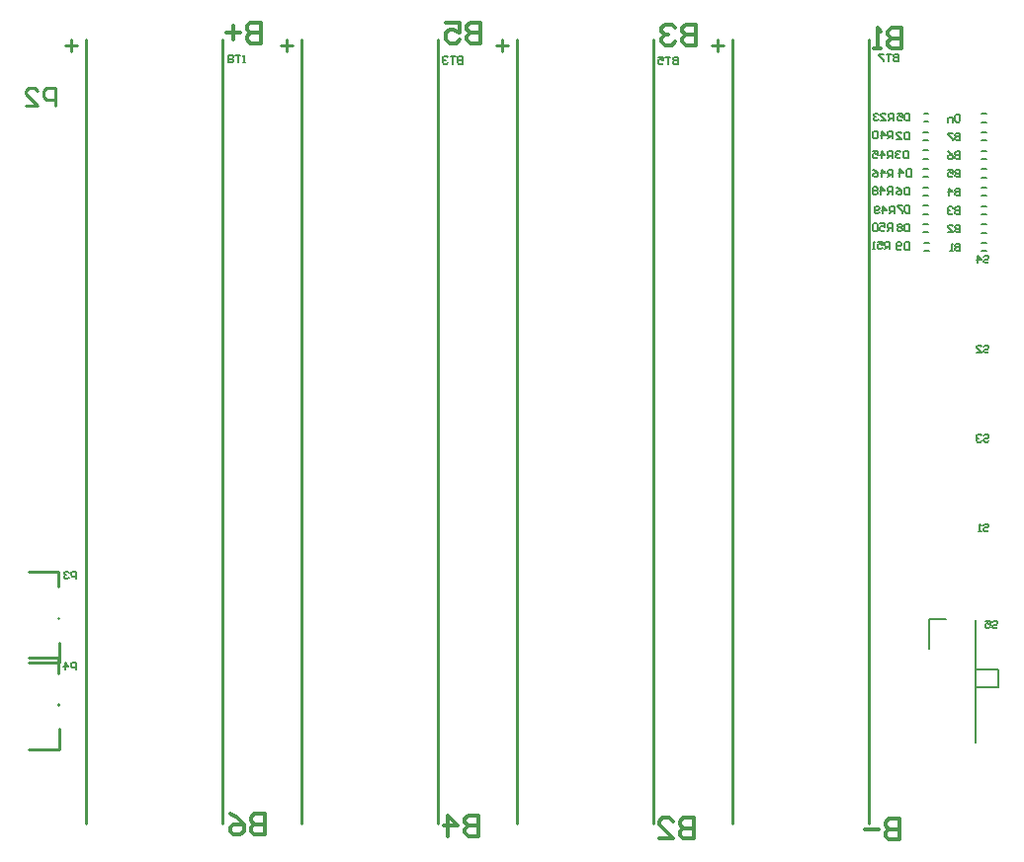
<source format=gbo>
G04*
G04 #@! TF.GenerationSoftware,Altium Limited,Altium Designer,18.1.9 (240)*
G04*
G04 Layer_Color=32896*
%FSLAX25Y25*%
%MOIN*%
G70*
G01*
G75*
%ADD10C,0.01000*%
%ADD12C,0.00787*%
%ADD14C,0.00500*%
%ADD16C,0.01400*%
D10*
X45983Y93217D02*
X55984D01*
X56283Y62300D02*
Y69100D01*
X45983Y62300D02*
X56283D01*
X55984Y77300D02*
Y77500D01*
Y88000D02*
Y93217D01*
Y58930D02*
Y64147D01*
Y48230D02*
Y48430D01*
X45983Y33230D02*
X56283D01*
Y40030D01*
X45983Y64147D02*
X55984D01*
X278285Y268677D02*
Y272677D01*
X276285Y270677D02*
X280285D01*
X329285Y8177D02*
Y272677D01*
X283285Y8177D02*
Y272677D01*
X205565Y268677D02*
Y272677D01*
X203565Y270677D02*
X207565D01*
X256565Y8177D02*
Y272677D01*
X210565Y8177D02*
Y272677D01*
X132845Y268677D02*
Y272677D01*
X130845Y270677D02*
X134845D01*
X183845Y8177D02*
Y272677D01*
X137845Y8177D02*
Y272677D01*
X60125Y268677D02*
Y272677D01*
X58125Y270677D02*
X62125D01*
X111125Y8177D02*
Y272677D01*
X65125Y8177D02*
Y272677D01*
X54975Y250597D02*
Y256595D01*
X51976D01*
X50977Y255595D01*
Y253596D01*
X51976Y252596D01*
X54975D01*
X44979Y250597D02*
X48977D01*
X44979Y254596D01*
Y255595D01*
X45978Y256595D01*
X47978D01*
X48977Y255595D01*
D12*
X347913Y201432D02*
X349487D01*
X347913Y204188D02*
X349487D01*
X347773Y244942D02*
X349347D01*
X347773Y247698D02*
X349347D01*
X347703Y238726D02*
X349277D01*
X347703Y241482D02*
X349277D01*
X347703Y232511D02*
X349277D01*
X347703Y235266D02*
X349277D01*
X347703Y226295D02*
X349277D01*
X347703Y229051D02*
X349277D01*
X347703Y220079D02*
X349277D01*
X347703Y222835D02*
X349277D01*
X347703Y207648D02*
X349277D01*
X347703Y210404D02*
X349277D01*
X347703Y213863D02*
X349277D01*
X347703Y216619D02*
X349277D01*
X367393Y204118D02*
X368967D01*
X367393Y201362D02*
X368967D01*
X367183Y210334D02*
X368757D01*
X367183Y207578D02*
X368757D01*
X367183Y216549D02*
X368757D01*
X367183Y213793D02*
X368757D01*
X367183Y222765D02*
X368757D01*
X367183Y220009D02*
X368757D01*
X367183Y228981D02*
X368757D01*
X367183Y226225D02*
X368757D01*
X367183Y241412D02*
X368757D01*
X367183Y238656D02*
X368757D01*
X367183Y235196D02*
X368757D01*
X367183Y232441D02*
X368757D01*
X367253Y247628D02*
X368827D01*
X367253Y244872D02*
X368827D01*
D14*
X365195Y60128D02*
Y76861D01*
Y54223D02*
Y60128D01*
Y52254D02*
Y54223D01*
Y35522D02*
Y52254D01*
X349447Y67215D02*
Y77057D01*
X355352D01*
X365195Y60128D02*
X373069D01*
Y54223D02*
Y60128D01*
X365195Y54223D02*
X373069D01*
X61950Y90740D02*
Y93239D01*
X60700D01*
X60284Y92823D01*
Y91990D01*
X60700Y91573D01*
X61950D01*
X59451Y92823D02*
X59034Y93239D01*
X58201D01*
X57785Y92823D01*
Y92406D01*
X58201Y91990D01*
X58618D01*
X58201D01*
X57785Y91573D01*
Y91157D01*
X58201Y90740D01*
X59034D01*
X59451Y91157D01*
X61880Y59950D02*
Y62449D01*
X60630D01*
X60214Y62033D01*
Y61200D01*
X60630Y60783D01*
X61880D01*
X58131Y59950D02*
Y62449D01*
X59381Y61200D01*
X57715D01*
X360040Y203910D02*
Y201410D01*
X358790D01*
X358374Y201827D01*
Y202243D01*
X358790Y202660D01*
X360040D01*
X358790D01*
X358374Y203077D01*
Y203493D01*
X358790Y203910D01*
X360040D01*
X357541Y201410D02*
X356708D01*
X357124D01*
Y203910D01*
X357541Y203493D01*
X360040Y210125D02*
Y207626D01*
X358790D01*
X358374Y208043D01*
Y208459D01*
X358790Y208876D01*
X360040D01*
X358790D01*
X358374Y209292D01*
Y209709D01*
X358790Y210125D01*
X360040D01*
X355875Y207626D02*
X357541D01*
X355875Y209292D01*
Y209709D01*
X356291Y210125D01*
X357124D01*
X357541Y209709D01*
X360040Y216341D02*
Y213842D01*
X358790D01*
X358374Y214258D01*
Y214675D01*
X358790Y215091D01*
X360040D01*
X358790D01*
X358374Y215508D01*
Y215925D01*
X358790Y216341D01*
X360040D01*
X357541Y215925D02*
X357124Y216341D01*
X356291D01*
X355875Y215925D01*
Y215508D01*
X356291Y215091D01*
X356708D01*
X356291D01*
X355875Y214675D01*
Y214258D01*
X356291Y213842D01*
X357124D01*
X357541Y214258D01*
X360040Y222557D02*
Y220058D01*
X358790D01*
X358374Y220474D01*
Y220891D01*
X358790Y221307D01*
X360040D01*
X358790D01*
X358374Y221724D01*
Y222140D01*
X358790Y222557D01*
X360040D01*
X356291Y220058D02*
Y222557D01*
X357541Y221307D01*
X355875D01*
X360040Y228772D02*
Y226273D01*
X358790D01*
X358374Y226690D01*
Y227106D01*
X358790Y227523D01*
X360040D01*
X358790D01*
X358374Y227939D01*
Y228356D01*
X358790Y228772D01*
X360040D01*
X355875D02*
X357541D01*
Y227523D01*
X356708Y227939D01*
X356291D01*
X355875Y227523D01*
Y226690D01*
X356291Y226273D01*
X357124D01*
X357541Y226690D01*
X360040Y234988D02*
Y232489D01*
X358790D01*
X358374Y232906D01*
Y233322D01*
X358790Y233739D01*
X360040D01*
X358790D01*
X358374Y234155D01*
Y234572D01*
X358790Y234988D01*
X360040D01*
X355875D02*
X356708Y234572D01*
X357541Y233739D01*
Y232906D01*
X357124Y232489D01*
X356291D01*
X355875Y232906D01*
Y233322D01*
X356291Y233739D01*
X357541D01*
X360040Y241204D02*
Y238705D01*
X358790D01*
X358374Y239121D01*
Y239538D01*
X358790Y239954D01*
X360040D01*
X358790D01*
X358374Y240371D01*
Y240787D01*
X358790Y241204D01*
X360040D01*
X357541D02*
X355875D01*
Y240787D01*
X357541Y239121D01*
Y238705D01*
X358790Y247420D02*
X359624D01*
X360040Y247003D01*
Y245337D01*
X359624Y244920D01*
X358790D01*
X358374Y245337D01*
Y247003D01*
X358790Y247420D01*
X357541Y244920D02*
Y246586D01*
X356291D01*
X355875Y246170D01*
Y244920D01*
X370984Y76033D02*
X371400Y76449D01*
X372234D01*
X372650Y76033D01*
Y75616D01*
X372234Y75200D01*
X371400D01*
X370984Y74783D01*
Y74366D01*
X371400Y73950D01*
X372234D01*
X372650Y74366D01*
X368485Y76449D02*
X370151D01*
Y75200D01*
X369318Y75616D01*
X368901D01*
X368485Y75200D01*
Y74366D01*
X368901Y73950D01*
X369734D01*
X370151Y74366D01*
X367974Y108833D02*
X368390Y109249D01*
X369223D01*
X369640Y108833D01*
Y108416D01*
X369223Y108000D01*
X368390D01*
X367974Y107583D01*
Y107167D01*
X368390Y106750D01*
X369223D01*
X369640Y107167D01*
X367141Y106750D02*
X366308D01*
X366724D01*
Y109249D01*
X367141Y108833D01*
X368064Y138953D02*
X368480Y139369D01*
X369314D01*
X369730Y138953D01*
Y138536D01*
X369314Y138120D01*
X368480D01*
X368064Y137703D01*
Y137286D01*
X368480Y136870D01*
X369314D01*
X369730Y137286D01*
X367231Y138953D02*
X366814Y139369D01*
X365981D01*
X365565Y138953D01*
Y138536D01*
X365981Y138120D01*
X366398D01*
X365981D01*
X365565Y137703D01*
Y137286D01*
X365981Y136870D01*
X366814D01*
X367231Y137286D01*
X368034Y169043D02*
X368450Y169459D01*
X369284D01*
X369700Y169043D01*
Y168626D01*
X369284Y168210D01*
X368450D01*
X368034Y167793D01*
Y167376D01*
X368450Y166960D01*
X369284D01*
X369700Y167376D01*
X365535Y166960D02*
X367201D01*
X365535Y168626D01*
Y169043D01*
X365951Y169459D01*
X366784D01*
X367201Y169043D01*
X368014Y199423D02*
X368430Y199839D01*
X369264D01*
X369680Y199423D01*
Y199006D01*
X369264Y198590D01*
X368430D01*
X368014Y198173D01*
Y197757D01*
X368430Y197340D01*
X369264D01*
X369680Y197757D01*
X365931Y197340D02*
Y199839D01*
X367181Y198590D01*
X365515D01*
X337480Y245410D02*
Y247909D01*
X336230D01*
X335814Y247493D01*
Y246660D01*
X336230Y246243D01*
X337480D01*
X336647D02*
X335814Y245410D01*
X333315D02*
X334981D01*
X333315Y247076D01*
Y247493D01*
X333731Y247909D01*
X334564D01*
X334981Y247493D01*
X332482D02*
X332065Y247909D01*
X331232D01*
X330816Y247493D01*
Y247076D01*
X331232Y246660D01*
X331649D01*
X331232D01*
X330816Y246243D01*
Y245827D01*
X331232Y245410D01*
X332065D01*
X332482Y245827D01*
X336320Y202040D02*
Y204539D01*
X335070D01*
X334654Y204123D01*
Y203290D01*
X335070Y202873D01*
X336320D01*
X335487D02*
X334654Y202040D01*
X332155Y204539D02*
X333821D01*
Y203290D01*
X332988Y203706D01*
X332571D01*
X332155Y203290D01*
Y202456D01*
X332571Y202040D01*
X333404D01*
X333821Y202456D01*
X331322Y202040D02*
X330489D01*
X330905D01*
Y204539D01*
X331322Y204123D01*
X337240Y208120D02*
Y210619D01*
X335990D01*
X335574Y210203D01*
Y209370D01*
X335990Y208953D01*
X337240D01*
X336407D02*
X335574Y208120D01*
X333075Y210619D02*
X334741D01*
Y209370D01*
X333908Y209786D01*
X333491D01*
X333075Y209370D01*
Y208537D01*
X333491Y208120D01*
X334324D01*
X334741Y208537D01*
X332242Y210203D02*
X331825Y210619D01*
X330992D01*
X330575Y210203D01*
Y208537D01*
X330992Y208120D01*
X331825D01*
X332242Y208537D01*
Y210203D01*
X337780Y214010D02*
Y216509D01*
X336530D01*
X336114Y216093D01*
Y215260D01*
X336530Y214843D01*
X337780D01*
X336947D02*
X336114Y214010D01*
X334031D02*
Y216509D01*
X335281Y215260D01*
X333615D01*
X332782Y214426D02*
X332365Y214010D01*
X331532D01*
X331116Y214426D01*
Y216093D01*
X331532Y216509D01*
X332365D01*
X332782Y216093D01*
Y215676D01*
X332365Y215260D01*
X331116D01*
X337170Y220480D02*
Y222979D01*
X335920D01*
X335504Y222563D01*
Y221730D01*
X335920Y221313D01*
X337170D01*
X336337D02*
X335504Y220480D01*
X333421D02*
Y222979D01*
X334671Y221730D01*
X333005D01*
X332172Y222563D02*
X331755Y222979D01*
X330922D01*
X330505Y222563D01*
Y222146D01*
X330922Y221730D01*
X330505Y221313D01*
Y220897D01*
X330922Y220480D01*
X331755D01*
X332172Y220897D01*
Y221313D01*
X331755Y221730D01*
X332172Y222146D01*
Y222563D01*
X331755Y221730D02*
X330922D01*
X337400Y226370D02*
Y228869D01*
X336150D01*
X335734Y228453D01*
Y227620D01*
X336150Y227203D01*
X337400D01*
X336567D02*
X335734Y226370D01*
X333651D02*
Y228869D01*
X334901Y227620D01*
X333235D01*
X330735Y228869D02*
X331569Y228453D01*
X332402Y227620D01*
Y226786D01*
X331985Y226370D01*
X331152D01*
X330735Y226786D01*
Y227203D01*
X331152Y227620D01*
X332402D01*
X337210Y232630D02*
Y235129D01*
X335960D01*
X335544Y234713D01*
Y233880D01*
X335960Y233463D01*
X337210D01*
X336377D02*
X335544Y232630D01*
X333461D02*
Y235129D01*
X334711Y233880D01*
X333045D01*
X330545Y235129D02*
X332212D01*
Y233880D01*
X331379Y234296D01*
X330962D01*
X330545Y233880D01*
Y233047D01*
X330962Y232630D01*
X331795D01*
X332212Y233047D01*
X337270Y239290D02*
Y241789D01*
X336020D01*
X335604Y241373D01*
Y240540D01*
X336020Y240123D01*
X337270D01*
X336437D02*
X335604Y239290D01*
X333521D02*
Y241789D01*
X334771Y240540D01*
X333105D01*
X332272Y241373D02*
X331855Y241789D01*
X331022D01*
X330606Y241373D01*
Y239706D01*
X331022Y239290D01*
X331855D01*
X332272Y239706D01*
Y241373D01*
X342780Y204339D02*
Y201840D01*
X341530D01*
X341114Y202256D01*
Y203923D01*
X341530Y204339D01*
X342780D01*
X340281Y202256D02*
X339864Y201840D01*
X339031D01*
X338615Y202256D01*
Y203923D01*
X339031Y204339D01*
X339864D01*
X340281Y203923D01*
Y203506D01*
X339864Y203090D01*
X338615D01*
X343080Y216719D02*
Y214220D01*
X341830D01*
X341414Y214636D01*
Y216303D01*
X341830Y216719D01*
X343080D01*
X340581D02*
X338915D01*
Y216303D01*
X340581Y214636D01*
Y214220D01*
X342860Y222909D02*
Y220410D01*
X341610D01*
X341194Y220827D01*
Y222493D01*
X341610Y222909D01*
X342860D01*
X338695D02*
X339528Y222493D01*
X340361Y221660D01*
Y220827D01*
X339944Y220410D01*
X339111D01*
X338695Y220827D01*
Y221243D01*
X339111Y221660D01*
X340361D01*
X343460Y228989D02*
Y226490D01*
X342210D01*
X341794Y226906D01*
Y228573D01*
X342210Y228989D01*
X343460D01*
X339711Y226490D02*
Y228989D01*
X340961Y227740D01*
X339295D01*
X342510Y235189D02*
Y232690D01*
X341260D01*
X340844Y233106D01*
Y234773D01*
X341260Y235189D01*
X342510D01*
X340011Y234773D02*
X339594Y235189D01*
X338761D01*
X338345Y234773D01*
Y234356D01*
X338761Y233940D01*
X339178D01*
X338761D01*
X338345Y233523D01*
Y233106D01*
X338761Y232690D01*
X339594D01*
X340011Y233106D01*
X342770Y241579D02*
Y239080D01*
X341520D01*
X341104Y239496D01*
Y241163D01*
X341520Y241579D01*
X342770D01*
X338605Y239080D02*
X340271D01*
X338605Y240746D01*
Y241163D01*
X339021Y241579D01*
X339854D01*
X340271Y241163D01*
X342930Y210589D02*
Y208090D01*
X341680D01*
X341264Y208506D01*
Y210173D01*
X341680Y210589D01*
X342930D01*
X340431Y210173D02*
X340014Y210589D01*
X339181D01*
X338765Y210173D01*
Y209756D01*
X339181Y209340D01*
X338765Y208923D01*
Y208506D01*
X339181Y208090D01*
X340014D01*
X340431Y208506D01*
Y208923D01*
X340014Y209340D01*
X340431Y209756D01*
Y210173D01*
X340014Y209340D02*
X339181D01*
X343080Y247789D02*
Y245290D01*
X341830D01*
X341414Y245707D01*
Y247373D01*
X341830Y247789D01*
X343080D01*
X338915D02*
X340581D01*
Y246540D01*
X339748Y246956D01*
X339331D01*
X338915Y246540D01*
Y245707D01*
X339331Y245290D01*
X340164D01*
X340581Y245707D01*
X264850Y266899D02*
Y264400D01*
X263600D01*
X263184Y264816D01*
Y265233D01*
X263600Y265650D01*
X264850D01*
X263600D01*
X263184Y266066D01*
Y266483D01*
X263600Y266899D01*
X264850D01*
X262351D02*
X260685D01*
X261518D01*
Y264400D01*
X258186Y266899D02*
X259852D01*
Y265650D01*
X259019Y266066D01*
X258602D01*
X258186Y265650D01*
Y264816D01*
X258602Y264400D01*
X259435D01*
X259852Y264816D01*
X339270Y267919D02*
Y265420D01*
X338020D01*
X337604Y265837D01*
Y266253D01*
X338020Y266670D01*
X339270D01*
X338020D01*
X337604Y267086D01*
Y267503D01*
X338020Y267919D01*
X339270D01*
X336771D02*
X335105D01*
X335938D01*
Y265420D01*
X334272Y267919D02*
X332606D01*
Y267503D01*
X334272Y265837D01*
Y265420D01*
X192330Y267079D02*
Y264580D01*
X191080D01*
X190664Y264997D01*
Y265413D01*
X191080Y265830D01*
X192330D01*
X191080D01*
X190664Y266246D01*
Y266663D01*
X191080Y267079D01*
X192330D01*
X189831D02*
X188165D01*
X188998D01*
Y264580D01*
X187332Y266663D02*
X186915Y267079D01*
X186082D01*
X185666Y266663D01*
Y266246D01*
X186082Y265830D01*
X186499D01*
X186082D01*
X185666Y265413D01*
Y264997D01*
X186082Y264580D01*
X186915D01*
X187332Y264997D01*
X113190Y267439D02*
Y264940D01*
X114440D01*
X114856Y265356D01*
Y265773D01*
X114440Y266190D01*
X113190D01*
X114440D01*
X114856Y266606D01*
Y267023D01*
X114440Y267439D01*
X113190D01*
X115689D02*
X117355D01*
X116522D01*
Y264940D01*
X118188D02*
X119021D01*
X118605D01*
Y267439D01*
X118188Y267023D01*
D16*
X339460Y2732D02*
Y9730D01*
X335961D01*
X334795Y8564D01*
Y7397D01*
X335961Y6231D01*
X339460D01*
X335961D01*
X334795Y5065D01*
Y3899D01*
X335961Y2732D01*
X339460D01*
X332462Y6231D02*
X327797D01*
X197720Y10838D02*
Y3840D01*
X194221D01*
X193055Y5006D01*
Y6173D01*
X194221Y7339D01*
X197720D01*
X194221D01*
X193055Y8505D01*
Y9672D01*
X194221Y10838D01*
X197720D01*
X187223Y3840D02*
Y10838D01*
X190722Y7339D01*
X186057D01*
X125430Y11408D02*
Y4410D01*
X121931D01*
X120765Y5576D01*
Y6743D01*
X121931Y7909D01*
X125430D01*
X121931D01*
X120765Y9075D01*
Y10242D01*
X121931Y11408D01*
X125430D01*
X113767D02*
X116100Y10242D01*
X118432Y7909D01*
Y5576D01*
X117266Y4410D01*
X114933D01*
X113767Y5576D01*
Y6743D01*
X114933Y7909D01*
X118432D01*
X340340Y276708D02*
Y269710D01*
X336841D01*
X335675Y270876D01*
Y272043D01*
X336841Y273209D01*
X340340D01*
X336841D01*
X335675Y274375D01*
Y275541D01*
X336841Y276708D01*
X340340D01*
X333342Y269710D02*
X331010D01*
X332176D01*
Y276708D01*
X333342Y275541D01*
X124210Y278558D02*
Y271560D01*
X120711D01*
X119545Y272726D01*
Y273893D01*
X120711Y275059D01*
X124210D01*
X120711D01*
X119545Y276225D01*
Y277391D01*
X120711Y278558D01*
X124210D01*
X117212Y275059D02*
X112547D01*
X114880Y277391D02*
Y272726D01*
X270200Y10028D02*
Y3030D01*
X266701D01*
X265535Y4196D01*
Y5363D01*
X266701Y6529D01*
X270200D01*
X266701D01*
X265535Y7695D01*
Y8862D01*
X266701Y10028D01*
X270200D01*
X258537Y3030D02*
X263202D01*
X258537Y7695D01*
Y8862D01*
X259703Y10028D01*
X262036D01*
X263202Y8862D01*
X270930Y277788D02*
Y270790D01*
X267431D01*
X266265Y271956D01*
Y273123D01*
X267431Y274289D01*
X270930D01*
X267431D01*
X266265Y275455D01*
Y276622D01*
X267431Y277788D01*
X270930D01*
X263932Y276622D02*
X262766Y277788D01*
X260433D01*
X259267Y276622D01*
Y275455D01*
X260433Y274289D01*
X261600D01*
X260433D01*
X259267Y273123D01*
Y271956D01*
X260433Y270790D01*
X262766D01*
X263932Y271956D01*
X198390Y278558D02*
Y271560D01*
X194891D01*
X193725Y272726D01*
Y273893D01*
X194891Y275059D01*
X198390D01*
X194891D01*
X193725Y276225D01*
Y277391D01*
X194891Y278558D01*
X198390D01*
X186727D02*
X191392D01*
Y275059D01*
X189060Y276225D01*
X187893D01*
X186727Y275059D01*
Y272726D01*
X187893Y271560D01*
X190226D01*
X191392Y272726D01*
M02*

</source>
